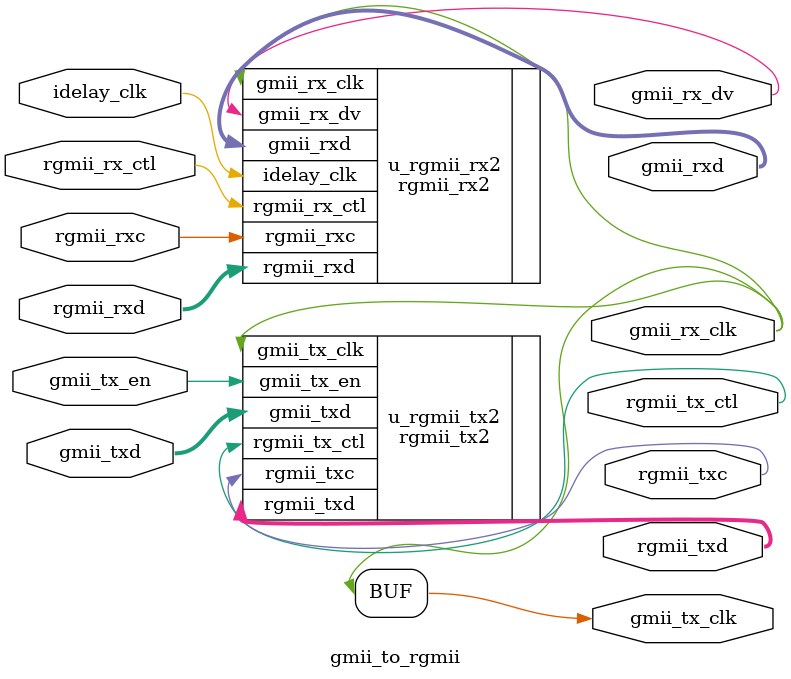
<source format=v>
module gmii_to_rgmii(
    input              idelay_clk  , //IDELAYÊ±ÖÓ
    //ÒÔÌ«ÍøGMII½Ó¿Ú
    output             gmii_rx_clk , //GMII½ÓÊÕÊ±ÖÓ
    output             gmii_rx_dv  , //GMII½ÓÊÕÊý¾ÝÓÐÐ§ÐÅºÅ
    output      [7:0]  gmii_rxd    , //GMII½ÓÊÕÊý¾Ý
    output             gmii_tx_clk , //GMII·¢ËÍÊ±ÖÓ
    input              gmii_tx_en  , //GMII·¢ËÍÊý¾ÝÊ¹ÄÜÐÅºÅ
    input       [7:0]  gmii_txd    , //GMII·¢ËÍÊý¾Ý            
    //ÒÔÌ«ÍøRGMII½Ó¿Ú   
    input              rgmii_rxc   , //RGMII½ÓÊÕÊ±ÖÓ
    input              rgmii_rx_ctl, //RGMII½ÓÊÕÊý¾Ý¿ØÖÆÐÅºÅ
    input       [3:0]  rgmii_rxd   , //RGMII½ÓÊÕÊý¾Ý
    output             rgmii_txc   , //RGMII·¢ËÍÊ±ÖÓ    
    output             rgmii_tx_ctl, //RGMII·¢ËÍÊý¾Ý¿ØÖÆÐÅºÅ
    output      [3:0]  rgmii_txd     //RGMII·¢ËÍÊý¾Ý          
    );

//parameter define
parameter IDELAY_VALUE = 0;  //ÊäÈëÊý¾ÝIOÑÓÊ±(Èç¹ûÎªn,±íÊ¾ÑÓÊ±n*78ps) 

//*****************************************************
//**                    main code
//*****************************************************

assign gmii_tx_clk = gmii_rx_clk;

//RGMII½ÓÊÕ
rgmii_rx2 
    #(
     .IDELAY_VALUE  (IDELAY_VALUE)
     )
    u_rgmii_rx2(
    .idelay_clk    (idelay_clk),
    .gmii_rx_clk   (gmii_rx_clk),
    .rgmii_rxc     (rgmii_rxc   ),
    .rgmii_rx_ctl  (rgmii_rx_ctl),
    .rgmii_rxd     (rgmii_rxd   ),
    
    .gmii_rx_dv    (gmii_rx_dv ),
    .gmii_rxd      (gmii_rxd   )
    );

//RGMII·¢ËÍ
rgmii_tx2 u_rgmii_tx2(
    .gmii_tx_clk   (gmii_tx_clk ),
    .gmii_tx_en    (gmii_tx_en  ),
    .gmii_txd      (gmii_txd    ),
              
    .rgmii_txc     (rgmii_txc   ),
    .rgmii_tx_ctl  (rgmii_tx_ctl),
    .rgmii_txd     (rgmii_txd   )
    );

endmodule
</source>
